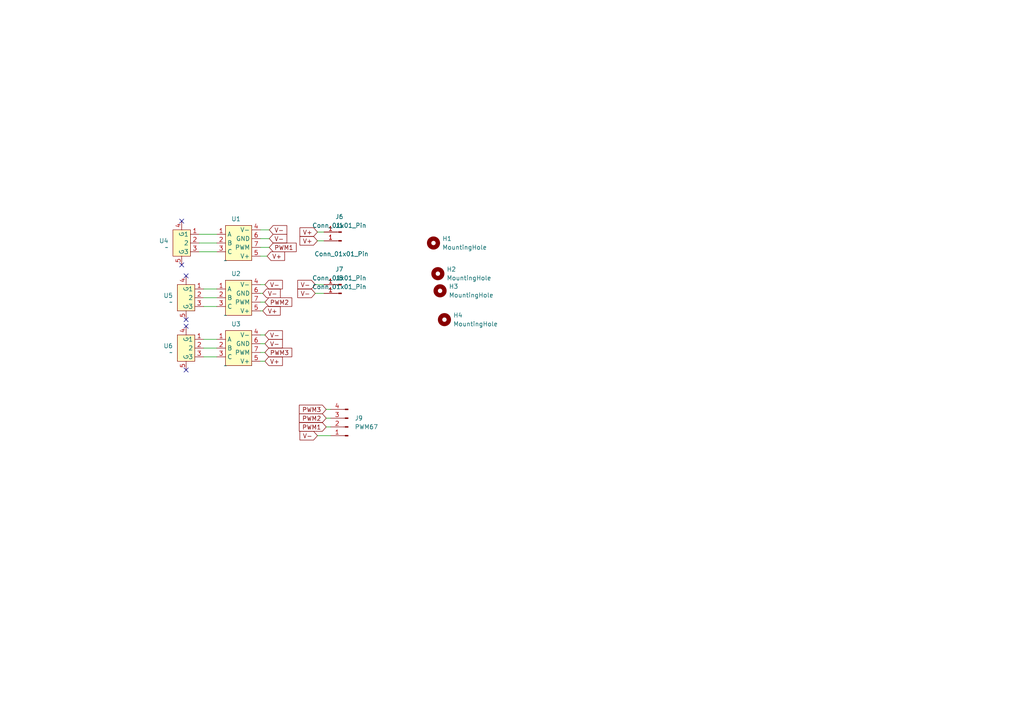
<source format=kicad_sch>
(kicad_sch (version 20231120) (generator "eeschema") (generator_version "8.0")
  (paper "A4")
  (lib_symbols
    (symbol "BR_ESC_1"
      (property "Reference" "U1" (at 3.0559 12.065 0))
      (property "Value" "~" (at 0 0 0))
      (symbol "BR_ESC_1_0_0"
        (text "" (at -1.27 3.81 0) (effects (font (size 1.27 1.27))))
      )
      (symbol "BR_ESC_1_1_1"
        (rectangle (start 0 10.16) (end 7.62 0) (fill (type background)))
        (pin output line (at -2.54 7.62 0) (length 2.54) (name "A") (number "1"))
        (pin output line (at -2.54 5.08 0) (length 2.54) (name "B") (number "2"))
        (pin output line (at -2.54 2.54 0) (length 2.54) (name "C") (number "3"))
        (pin output line (at 10.16 8.89 180) (length 2.54) (name "V-") (number "4"))
        (pin output line (at 10.16 1.27 180) (length 2.54) (name "V+") (number "5"))
        (pin output line (at 10.16 6.35 180) (length 2.54) (name "GND") (number "6"))
        (pin output line (at 10.16 3.81 180) (length 2.54) (name "PWM") (number "7"))
      )
    )
    (symbol "Connector:BR_ESC"
      (property "Reference" "U" (at 0 0 0))
      (symbol "BR_ESC_0_0"
        (text "" (at -1.27 3.81 0) (effects (font (size 1.27 1.27))))
      )
      (symbol "BR_ESC_1_1"
        (rectangle (start 0 10.16) (end 7.62 0) (fill (type background)))
        (pin output line (at -2.54 7.62 0) (length 2.54) (name "A") (number "1"))
        (pin output line (at -2.54 5.08 0) (length 2.54) (name "B") (number "2"))
        (pin output line (at -2.54 2.54 0) (length 2.54) (name "C") (number "3"))
        (pin output line (at 10.16 8.89 180) (length 2.54) (name "V-") (number "4"))
        (pin output line (at 10.16 1.27 180) (length 2.54) (name "V+") (number "5"))
        (pin output line (at 10.16 6.35 180) (length 2.54) (name "GND") (number "6"))
        (pin output line (at 10.16 3.81 180) (length 2.54) (name "PWM") (number "7"))
      )
    )
    (symbol "Connector:Conn_01x01_Pin" (pin_names (offset 1.016) hide)
      (property "Reference" "J" (at 0 2.54 0))
      (property "Value" "Conn_01x01_Pin" (at 0 -2.54 0))
      (symbol "Conn_01x01_Pin_1_1"
        (polyline (pts (xy 1.27 0) (xy 0.8636 0)) (stroke (width 0.1524)))
        (rectangle (start 0.8636 0.127) (end 0 -0.127) (stroke (width 0.1524)) (fill (type outline)))
        (pin passive line (at 5.08 0 180) (length 3.81) (name "Pin_1") (number "1"))
      )
    )
    (symbol "Connector:Conn_01x04_Male" (pin_names (offset 1.016) hide)
      (property "Reference" "J" (at 0 5.08 0))
      (property "Value" "Conn_01x04_Male" (at 0 -7.62 0))
      (symbol "Conn_01x04_Male_1_1"
        (polyline (pts (xy 1.27 -5.08) (xy 0.8636 -5.08)) (stroke (width 0.1524)))
        (polyline (pts (xy 1.27 -2.54) (xy 0.8636 -2.54)) (stroke (width 0.1524)))
        (polyline (pts (xy 1.27 0) (xy 0.8636 0)) (stroke (width 0.1524)))
        (polyline (pts (xy 1.27 2.54) (xy 0.8636 2.54)) (stroke (width 0.1524)))
        (rectangle (start 0.8636 -4.953) (end 0 -5.207) (stroke (width 0.1524)) (fill (type outline)))
        (rectangle (start 0.8636 -2.413) (end 0 -2.667) (stroke (width 0.1524)) (fill (type outline)))
        (rectangle (start 0.8636 0.127) (end 0 -0.127) (stroke (width 0.1524)) (fill (type outline)))
        (rectangle (start 0.8636 2.667) (end 0 2.413) (stroke (width 0.1524)) (fill (type outline)))
        (pin passive line (at 5.08 2.54 180) (length 3.81) (name "Pin_1") (number "1"))
        (pin passive line (at 5.08 0 180) (length 3.81) (name "Pin_2") (number "2"))
        (pin passive line (at 5.08 -2.54 180) (length 3.81) (name "Pin_3") (number "3"))
        (pin passive line (at 5.08 -5.08 180) (length 3.81) (name "Pin_4") (number "4"))
      )
    )
    (symbol "Connector:MR30PW-FB"
      (property "Reference" "U" (at 0 0 0))
      (symbol "MR30PW-FB_1_1"
        (rectangle (start 0 7.62) (end 5.08 0) (fill (type background)))
        (pin input line (at 7.62 6.35 180) (length 2.54) (name "1") (number "1"))
        (pin input line (at 7.62 3.81 180) (length 2.54) (name "2") (number "2"))
        (pin input line (at 7.62 1.27 180) (length 2.54) (name "3") (number "3"))
        (pin input line (at 2.54 10.16 270) (length 2.54) (name "G") (number "4"))
        (pin input line (at 2.54 -2.54 90) (length 2.54) (name "G") (number "5"))
      )
    )
    (symbol "Mechanical:MountingHole" (pin_names (offset 1.016))
      (property "Reference" "H" (at 0 5.08 0))
      (property "Value" "MountingHole" (at 0 3.175 0))
      (symbol "MountingHole_0_1"
        (circle (center 0 0) (radius 1.27) (stroke (width 1.27)))
      )
    )
  )
  (no_connect (at 53.975 92.71))
  (no_connect (at 52.705 76.835))
  (no_connect (at 53.975 80.01))
  (no_connect (at 53.975 94.615))
  (no_connect (at 52.705 64.135))
  (no_connect (at 53.975 107.315))
  (wire (pts (xy 94.615 121.285) (xy 95.885 121.285)))
  (wire (pts (xy 94.615 123.825) (xy 95.885 123.825)))
  (wire (pts (xy 59.055 83.82) (xy 62.865 83.82)))
  (wire (pts (xy 92.075 126.365) (xy 95.885 126.365)))
  (wire (pts (xy 77.47 74.295) (xy 75.565 74.295)))
  (wire (pts (xy 59.055 86.36) (xy 62.865 86.36)))
  (wire (pts (xy 91.44 85.09) (xy 93.98 85.09)))
  (wire (pts (xy 76.835 104.775) (xy 75.565 104.775)))
  (wire (pts (xy 57.785 73.025) (xy 62.865 73.025)))
  (wire (pts (xy 94.615 118.745) (xy 95.885 118.745)))
  (wire (pts (xy 59.055 88.9) (xy 62.865 88.9)))
  (wire (pts (xy 59.055 100.965) (xy 62.865 100.965)))
  (wire (pts (xy 59.055 103.505) (xy 62.865 103.505)))
  (wire (pts (xy 78.105 71.755) (xy 75.565 71.755)))
  (wire (pts (xy 78.105 66.675) (xy 75.565 66.675)))
  (wire (pts (xy 78.105 69.215) (xy 75.565 69.215)))
  (wire (pts (xy 76.835 87.63) (xy 75.565 87.63)))
  (wire (pts (xy 92.075 67.31) (xy 93.98 67.31)))
  (wire (pts (xy 76.2 85.09) (xy 75.565 85.09)))
  (wire (pts (xy 76.835 102.235) (xy 75.565 102.235)))
  (wire (pts (xy 91.44 82.55) (xy 93.98 82.55)))
  (wire (pts (xy 92.075 69.85) (xy 93.98 69.85)))
  (wire (pts (xy 76.835 82.55) (xy 75.565 82.55)))
  (wire (pts (xy 76.835 97.155) (xy 75.565 97.155)))
  (wire (pts (xy 76.835 99.695) (xy 75.565 99.695)))
  (wire (pts (xy 59.055 98.425) (xy 62.865 98.425)))
  (wire (pts (xy 76.2 90.17) (xy 75.565 90.17)))
  (wire (pts (xy 57.785 70.485) (xy 62.865 70.485)))
  (wire (pts (xy 57.785 67.945) (xy 62.865 67.945)))
  (global_label "V-" (shape input) (at 76.835 99.695 0) (property "Intersheetrefs" "${INTERSHEET_REFS}" (effects (hide yes))))
  (global_label "V+" (shape input) (at 76.2 90.17 0) (property "Intersheetrefs" "${INTERSHEET_REFS}" (effects (hide yes))))
  (global_label "PWM1" (shape input) (at 78.105 71.755 0) (property "Intersheetrefs" "${INTERSHEET_REFS}" (effects (hide yes))))
  (global_label "PWM3" (shape input) (at 76.835 102.235 0) (property "Intersheetrefs" "${INTERSHEET_REFS}" (effects (hide yes))))
  (global_label "PWM2" (shape input) (at 94.615 121.285 180) (property "Intersheetrefs" "${INTERSHEET_REFS}" (effects (hide yes))))
  (global_label "V+" (shape input) (at 76.835 104.775 0) (property "Intersheetrefs" "${INTERSHEET_REFS}" (effects (hide yes))))
  (global_label "V-" (shape input) (at 92.075 126.365 180) (property "Intersheetrefs" "${INTERSHEET_REFS}" (effects (hide yes))))
  (global_label "V+" (shape input) (at 92.075 69.85 180) (property "Intersheetrefs" "${INTERSHEET_REFS}" (effects (hide yes))))
  (global_label "V-" (shape input) (at 76.2 85.09 0) (property "Intersheetrefs" "${INTERSHEET_REFS}" (effects (hide yes))))
  (global_label "V-" (shape input) (at 78.105 66.675 0) (property "Intersheetrefs" "${INTERSHEET_REFS}" (effects (hide yes))))
  (global_label "V-" (shape input) (at 76.835 82.55 0) (property "Intersheetrefs" "${INTERSHEET_REFS}" (effects (hide yes))))
  (global_label "PWM3" (shape input) (at 94.615 118.745 180) (property "Intersheetrefs" "${INTERSHEET_REFS}" (effects (hide yes))))
  (global_label "V-" (shape input) (at 76.835 97.155 0) (property "Intersheetrefs" "${INTERSHEET_REFS}" (effects (hide yes))))
  (global_label "V+" (shape input) (at 77.47 74.295 0) (property "Intersheetrefs" "${INTERSHEET_REFS}" (effects (hide yes))))
  (global_label "V+" (shape input) (at 92.075 67.31 180) (property "Intersheetrefs" "${INTERSHEET_REFS}" (effects (hide yes))))
  (global_label "V-" (shape input) (at 78.105 69.215 0) (property "Intersheetrefs" "${INTERSHEET_REFS}" (effects (hide yes))))
  (global_label "PWM2" (shape input) (at 76.835 87.63 0) (property "Intersheetrefs" "${INTERSHEET_REFS}" (effects (hide yes))))
  (global_label "PWM1" (shape input) (at 94.615 123.825 180) (property "Intersheetrefs" "${INTERSHEET_REFS}" (effects (hide yes))))
  (global_label "V-" (shape input) (at 91.44 85.09 180) (property "Intersheetrefs" "${INTERSHEET_REFS}" (effects (hide yes))))
  (global_label "V-" (shape input) (at 91.44 82.55 180) (property "Intersheetrefs" "${INTERSHEET_REFS}" (effects (hide yes))))
  (symbol (lib_id "Connector:MR30PW-FB") (at 51.435 104.775 0) (unit 1)
    (property "Reference" "U6" (at 50.165 100.3299 0) (effects (justify right)))
    (property "Value" "~" (at 50.165 102.235 0) (effects (justify right)))
    (property "Footprint" "Connector_AMASS:AMASS_MR30PW-FB_1x03_P3.50mm_Horizontal" (effects (hide yes)))
  )
  (symbol (lib_name "BR_ESC_1") (lib_id "Connector:BR_ESC") (at 65.405 75.565 0) (unit 1)
    (property "Reference" "U1" (at 68.4609 63.5 0))
    (property "Value" "~" (at 65.405 75.565 0))
    (property "Footprint" "Connector:BR_ESC" (effects (hide yes)))
  )
  (symbol (lib_id "Connector:Conn_01x04_Male") (at 100.965 123.825 180) (unit 1)
    (property "Reference" "J9" (at 102.87 121.285 0) (effects (justify right)))
    (property "Value" "PWM67" (at 102.87 123.825 0) (effects (justify right)))
    (property "Footprint" "Connector_JST:JST_SH_BM04B-SRSS-TB_1x04-1MP_P1.00mm_Vertical" (effects (hide yes)))
    (property "Datasheet" "https://www.mouser.com/datasheet/2/737/4328_C13916_001_CCSH_W10_04_BK_RC_A-2490211.pdf" (effects (hide yes)))
    (property "Description" "Adafruit Accessories JST SH 4-pin Vertical Connector (10-pack) - Qwiic Compatible" (effects (hide yes)))
    (property "Digikey Part Number" "1528-4328-ND" (effects (hide yes)))
    (property "Digikey Price/Stock" "https://www.digikey.com/en/products/detail/adafruit-industries-llc/4328/10481838" (effects (hide yes)))
    (property "Manufacturer_Name" "Adafruit Industries LLC" (effects (hide yes)))
    (property "Manufacturer_Part_Number" "4328" (effects (hide yes)))
    (property "Mouser Part Number" "485-4328" (effects (hide yes)))
    (property "Mouser Price/Stock" "https://www.mouser.com/ProductDetail/Adafruit/4328?qs=wnTfsH77Xs6Ypm3wH0xoXg%3D%3D" (effects (hide yes)))
    (property "Unit Price" "3.95" (effects (hide yes)))
  )
  (symbol (lib_id "Connector:Conn_01x01_Pin") (at 99.06 85.09 180) (unit 1)
    (property "Reference" "J8" (at 98.425 80.645 0))
    (property "Value" "Conn_01x01_Pin" (at 98.425 83.185 0))
    (property "Footprint" "TestPoint:TestPoint_Loop_D3.80mm_Drill2.0mm" (effects (hide yes)))
  )
  (symbol (lib_id "Mechanical:MountingHole") (at 125.73 70.485 0) (unit 1)
    (property "Reference" "H1" (at 128.27 69.215 0) (effects (justify left)))
    (property "Value" "MountingHole" (at 128.27 71.755 0) (effects (justify left)))
    (property "Footprint" "MountingHole:MountingHole_2.5mm_Pad" (effects (hide yes)))
  )
  (symbol (lib_id "Mechanical:MountingHole") (at 127 79.375 0) (unit 1)
    (property "Reference" "H2" (at 129.54 78.105 0) (effects (justify left)))
    (property "Value" "MountingHole" (at 129.54 80.645 0) (effects (justify left)))
    (property "Footprint" "MountingHole:MountingHole_2.5mm_Pad" (effects (hide yes)))
  )
  (symbol (lib_id "Mechanical:MountingHole") (at 127.6377 84.3482 0) (unit 1)
    (property "Reference" "H3" (at 130.1777 83.0782 0) (effects (justify left)))
    (property "Value" "MountingHole" (at 130.1777 85.6182 0) (effects (justify left)))
    (property "Footprint" "MountingHole:MountingHole_2.5mm_Pad" (effects (hide yes)))
  )
  (symbol (lib_id "Connector:Conn_01x01_Pin") (at 99.06 82.55 180) (unit 1)
    (property "Reference" "J7" (at 98.425 78.105 0))
    (property "Value" "Conn_01x01_Pin" (at 98.425 80.645 0))
    (property "Footprint" "TestPoint:TestPoint_Loop_D3.80mm_Drill2.0mm" (effects (hide yes)))
  )
  (symbol (lib_id "Connector:Conn_01x01_Pin") (at 99.06 67.31 180) (unit 1)
    (property "Reference" "J6" (at 98.425 62.865 0))
    (property "Value" "Conn_01x01_Pin" (at 98.425 65.405 0))
    (property "Footprint" "TestPoint:TestPoint_Loop_D3.80mm_Drill2.0mm" (effects (hide yes)))
  )
  (symbol (lib_id "Mechanical:MountingHole") (at 128.905 92.71 0) (unit 1)
    (property "Reference" "H4" (at 131.445 91.44 0) (effects (justify left)))
    (property "Value" "MountingHole" (at 131.445 93.98 0) (effects (justify left)))
    (property "Footprint" "MountingHole:MountingHole_2.5mm_Pad" (effects (hide yes)))
  )
  (symbol (lib_id "Connector:Conn_01x01_Pin") (at 99.06 69.85 180) (unit 1)
    (property "Reference" "J1" (at 98.425 65.405 0))
    (property "Value" "Conn_01x01_Pin" (at 99.06 73.66 0))
    (property "Footprint" "TestPoint:TestPoint_Loop_D3.80mm_Drill2.0mm" (effects (hide yes)))
  )
  (symbol (lib_id "Connector:MR30PW-FB") (at 51.435 90.17 0) (unit 1)
    (property "Reference" "U5" (at 50.165 85.7249 0) (effects (justify right)))
    (property "Value" "~" (at 50.165 87.63 0) (effects (justify right)))
    (property "Footprint" "Connector_AMASS:AMASS_MR30PW-FB_1x03_P3.50mm_Horizontal" (effects (hide yes)))
  )
  (symbol (lib_id "Connector:BR_ESC") (at 65.405 106.045 0) (unit 1)
    (property "Reference" "U3" (at 68.4609 93.98 0))
    (property "Value" "~" (at 65.405 106.045 0))
    (property "Footprint" "Connector:BR_ESC" (effects (hide yes)))
  )
  (symbol (lib_id "Connector:BR_ESC") (at 65.405 91.44 0) (unit 1)
    (property "Reference" "U2" (at 68.4609 79.375 0))
    (property "Value" "~" (at 65.405 91.44 0))
    (property "Footprint" "Connector:BR_ESC" (effects (hide yes)))
  )
  (symbol (lib_id "Connector:MR30PW-FB") (at 50.165 74.295 0) (unit 1)
    (property "Reference" "U4" (at 48.895 69.8499 0) (effects (justify right)))
    (property "Value" "~" (at 48.895 71.755 0) (effects (justify right)))
    (property "Footprint" "Connector_AMASS:AMASS_MR30PW-FB_1x03_P3.50mm_Horizontal" (effects (hide yes)))
  )
)
</source>
